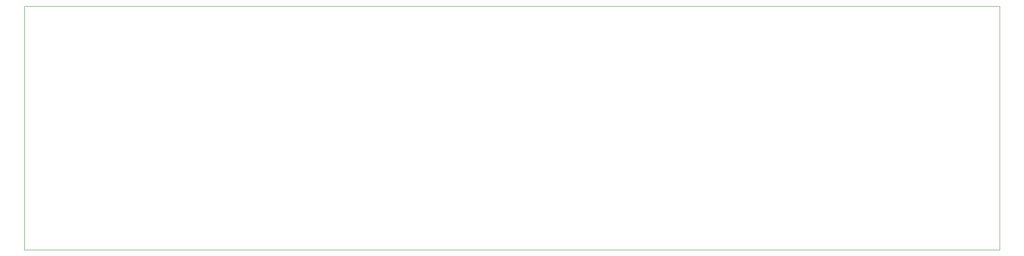
<source format=gbr>
%TF.GenerationSoftware,KiCad,Pcbnew,(5.1.7-0-10_14)*%
%TF.CreationDate,2020-10-27T13:19:28-03:00*%
%TF.ProjectId,macedo module 3,6d616365-646f-4206-9d6f-64756c652033,1*%
%TF.SameCoordinates,Original*%
%TF.FileFunction,Profile,NP*%
%FSLAX46Y46*%
G04 Gerber Fmt 4.6, Leading zero omitted, Abs format (unit mm)*
G04 Created by KiCad (PCBNEW (5.1.7-0-10_14)) date 2020-10-27 13:19:28*
%MOMM*%
%LPD*%
G01*
G04 APERTURE LIST*
%TA.AperFunction,Profile*%
%ADD10C,0.050000*%
%TD*%
G04 APERTURE END LIST*
D10*
X249600000Y-111900000D02*
X49600000Y-111900000D01*
X249600000Y-61900000D02*
X249600000Y-111900000D01*
X49600000Y-61900000D02*
X249600000Y-61900000D01*
X49600000Y-111900000D02*
X49600000Y-61900000D01*
M02*

</source>
